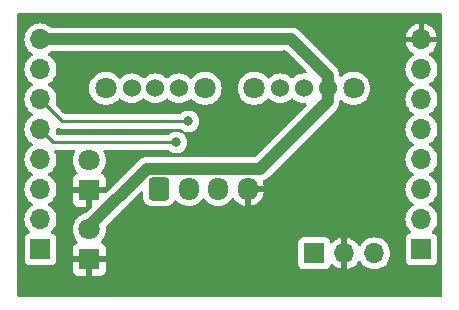
<source format=gbr>
%TF.GenerationSoftware,KiCad,Pcbnew,7.0.9*%
%TF.CreationDate,2025-01-19T19:17:31+09:00*%
%TF.ProjectId,07-OpenMV,30372d4f-7065-46e4-9d56-2e6b69636164,rev?*%
%TF.SameCoordinates,Original*%
%TF.FileFunction,Copper,L2,Bot*%
%TF.FilePolarity,Positive*%
%FSLAX46Y46*%
G04 Gerber Fmt 4.6, Leading zero omitted, Abs format (unit mm)*
G04 Created by KiCad (PCBNEW 7.0.9) date 2025-01-19 19:17:31*
%MOMM*%
%LPD*%
G01*
G04 APERTURE LIST*
G04 Aperture macros list*
%AMRoundRect*
0 Rectangle with rounded corners*
0 $1 Rounding radius*
0 $2 $3 $4 $5 $6 $7 $8 $9 X,Y pos of 4 corners*
0 Add a 4 corners polygon primitive as box body*
4,1,4,$2,$3,$4,$5,$6,$7,$8,$9,$2,$3,0*
0 Add four circle primitives for the rounded corners*
1,1,$1+$1,$2,$3*
1,1,$1+$1,$4,$5*
1,1,$1+$1,$6,$7*
1,1,$1+$1,$8,$9*
0 Add four rect primitives between the rounded corners*
20,1,$1+$1,$2,$3,$4,$5,0*
20,1,$1+$1,$4,$5,$6,$7,0*
20,1,$1+$1,$6,$7,$8,$9,0*
20,1,$1+$1,$8,$9,$2,$3,0*%
G04 Aperture macros list end*
%TA.AperFunction,ComponentPad*%
%ADD10O,1.700000X1.950000*%
%TD*%
%TA.AperFunction,ComponentPad*%
%ADD11RoundRect,0.250000X-0.600000X-0.725000X0.600000X-0.725000X0.600000X0.725000X-0.600000X0.725000X0*%
%TD*%
%TA.AperFunction,ComponentPad*%
%ADD12C,1.524000*%
%TD*%
%TA.AperFunction,ComponentPad*%
%ADD13C,1.800000*%
%TD*%
%TA.AperFunction,ComponentPad*%
%ADD14O,1.700000X1.700000*%
%TD*%
%TA.AperFunction,ComponentPad*%
%ADD15R,1.700000X1.700000*%
%TD*%
%TA.AperFunction,ComponentPad*%
%ADD16R,1.800000X1.800000*%
%TD*%
%TA.AperFunction,ViaPad*%
%ADD17C,0.800000*%
%TD*%
%TA.AperFunction,Conductor*%
%ADD18C,0.250000*%
%TD*%
%TA.AperFunction,Conductor*%
%ADD19C,1.000000*%
%TD*%
G04 APERTURE END LIST*
D10*
%TO.P,J3,4,Pin_4*%
%TO.N,GND*%
X117542000Y-94848000D03*
%TO.P,J3,3,Pin_3*%
%TO.N,RX*%
X115042000Y-94848000D03*
%TO.P,J3,2,Pin_2*%
%TO.N,TX*%
X112542000Y-94848000D03*
D11*
%TO.P,J3,1,Pin_1*%
%TO.N,Net-(J3-Pin_1)*%
X110042000Y-94848000D03*
%TD*%
D12*
%TO.P,SW2,3,C*%
%TO.N,unconnected-(SW2-C-Pad3)*%
X120310000Y-86360000D03*
%TO.P,SW2,2,B*%
%TO.N,+3V3*%
X122310000Y-86360000D03*
%TO.P,SW2,1,A*%
%TO.N,Net-(D2-A)*%
X124310000Y-86360000D03*
D13*
%TO.P,SW2,*%
%TO.N,*%
X118110000Y-86360000D03*
X126510000Y-86360000D03*
%TD*%
D12*
%TO.P,SW1,3,C*%
%TO.N,unconnected-(SW1-C-Pad3)*%
X107728000Y-86360000D03*
%TO.P,SW1,2,B*%
%TO.N,Net-(J3-Pin_1)*%
X109728000Y-86360000D03*
%TO.P,SW1,1,A*%
%TO.N,+5V*%
X111728000Y-86360000D03*
D13*
%TO.P,SW1,*%
%TO.N,*%
X105528000Y-86360000D03*
X113928000Y-86360000D03*
%TD*%
D14*
%TO.P,J4,3,Pin_3*%
%TO.N,+3V3*%
X128270000Y-100330000D03*
%TO.P,J4,2,Pin_2*%
%TO.N,GND*%
X125730000Y-100330000D03*
D15*
%TO.P,J4,1,Pin_1*%
%TO.N,+5V*%
X123190000Y-100330000D03*
%TD*%
%TO.P,J2,1,Pin_1*%
%TO.N,unconnected-(J2-Pin_1-Pad1)*%
X132258000Y-100000000D03*
D14*
%TO.P,J2,2,Pin_2*%
%TO.N,unconnected-(J2-Pin_2-Pad2)*%
X132258000Y-97460000D03*
%TO.P,J2,3,Pin_3*%
%TO.N,unconnected-(J2-Pin_3-Pad3)*%
X132258000Y-94920000D03*
%TO.P,J2,4,Pin_4*%
%TO.N,unconnected-(J2-Pin_4-Pad4)*%
X132258000Y-92380000D03*
%TO.P,J2,5,Pin_5*%
%TO.N,unconnected-(J2-Pin_5-Pad5)*%
X132258000Y-89840000D03*
%TO.P,J2,6,Pin_6*%
%TO.N,unconnected-(J2-Pin_6-Pad6)*%
X132258000Y-87300000D03*
%TO.P,J2,7,Pin_7*%
%TO.N,+5V*%
X132258000Y-84760000D03*
%TO.P,J2,8,Pin_8*%
%TO.N,GND*%
X132258000Y-82220000D03*
%TD*%
%TO.P,J1,8,Pin_8*%
%TO.N,Net-(D2-A)*%
X100000000Y-82220000D03*
%TO.P,J1,7,Pin_7*%
%TO.N,unconnected-(J1-Pin_7-Pad7)*%
X100000000Y-84760000D03*
%TO.P,J1,6,Pin_6*%
%TO.N,RX*%
X100000000Y-87300000D03*
%TO.P,J1,5,Pin_5*%
%TO.N,TX*%
X100000000Y-89840000D03*
%TO.P,J1,4,Pin_4*%
%TO.N,unconnected-(J1-Pin_4-Pad4)*%
X100000000Y-92380000D03*
%TO.P,J1,3,Pin_3*%
%TO.N,unconnected-(J1-Pin_3-Pad3)*%
X100000000Y-94920000D03*
%TO.P,J1,2,Pin_2*%
%TO.N,unconnected-(J1-Pin_2-Pad2)*%
X100000000Y-97460000D03*
D15*
%TO.P,J1,1,Pin_1*%
%TO.N,unconnected-(J1-Pin_1-Pad1)*%
X100000000Y-100000000D03*
%TD*%
D13*
%TO.P,D2,2,A*%
%TO.N,Net-(D2-A)*%
X104140000Y-98303000D03*
D16*
%TO.P,D2,1,K*%
%TO.N,GND*%
X104140000Y-100843000D03*
%TD*%
D13*
%TO.P,D1,2,A*%
%TO.N,+5V*%
X104140000Y-92456000D03*
D16*
%TO.P,D1,1,K*%
%TO.N,GND*%
X104140000Y-94996000D03*
%TD*%
D17*
%TO.N,GND*%
X120650000Y-83566000D03*
X102108000Y-80772000D03*
X111760000Y-96774000D03*
X120650000Y-93726000D03*
X126746000Y-98552000D03*
X102108000Y-96774000D03*
X101854000Y-92202000D03*
X102108000Y-88138000D03*
X115824000Y-86360000D03*
X129540000Y-86995000D03*
X124460000Y-82550000D03*
X99695000Y-102870000D03*
X132080000Y-102870000D03*
X107315000Y-97790000D03*
X102235000Y-84455000D03*
X129540000Y-97790000D03*
X120650000Y-88265000D03*
X116840000Y-91440000D03*
%TO.N,RX*%
X112522000Y-89154000D03*
%TO.N,TX*%
X111506000Y-90932000D03*
%TD*%
D18*
%TO.N,RX*%
X101854000Y-89154000D02*
X100000000Y-87300000D01*
X112522000Y-89154000D02*
X101854000Y-89154000D01*
%TO.N,TX*%
X111506000Y-90932000D02*
X101092000Y-90932000D01*
X101092000Y-90932000D02*
X100000000Y-89840000D01*
D19*
%TO.N,Net-(D2-A)*%
X118574630Y-93173000D02*
X109011000Y-93173000D01*
X124310000Y-87437630D02*
X118574630Y-93173000D01*
X109011000Y-93173000D02*
X104140000Y-98044000D01*
X104140000Y-98044000D02*
X104140000Y-98303000D01*
X124310000Y-86360000D02*
X124310000Y-87437630D01*
X121247630Y-82220000D02*
X100000000Y-82220000D01*
X124310000Y-85282370D02*
X121247630Y-82220000D01*
X124310000Y-86360000D02*
X124310000Y-85282370D01*
%TD*%
%TA.AperFunction,Conductor*%
%TO.N,GND*%
G36*
X120848886Y-83240185D02*
G01*
X120869528Y-83256819D01*
X121694880Y-84082171D01*
X122502393Y-84889683D01*
X122535878Y-84951006D01*
X122530894Y-85020698D01*
X122489022Y-85076631D01*
X122423558Y-85101048D01*
X122403905Y-85100892D01*
X122310002Y-85092677D01*
X122309998Y-85092677D01*
X122089937Y-85111929D01*
X122089929Y-85111930D01*
X121876554Y-85169104D01*
X121876548Y-85169107D01*
X121676340Y-85262465D01*
X121676338Y-85262466D01*
X121495381Y-85389172D01*
X121397680Y-85486873D01*
X121336356Y-85520357D01*
X121266665Y-85515373D01*
X121222318Y-85486872D01*
X121124621Y-85389175D01*
X121124615Y-85389170D01*
X120943666Y-85262468D01*
X120943662Y-85262466D01*
X120860431Y-85223655D01*
X120743450Y-85169106D01*
X120743447Y-85169105D01*
X120743445Y-85169104D01*
X120530070Y-85111930D01*
X120530062Y-85111929D01*
X120310002Y-85092677D01*
X120309998Y-85092677D01*
X120089937Y-85111929D01*
X120089929Y-85111930D01*
X119876554Y-85169104D01*
X119876548Y-85169107D01*
X119676340Y-85262465D01*
X119676338Y-85262466D01*
X119495381Y-85389172D01*
X119391235Y-85493318D01*
X119329912Y-85526802D01*
X119260220Y-85521818D01*
X119212327Y-85489621D01*
X119061784Y-85326087D01*
X119061779Y-85326083D01*
X119061777Y-85326081D01*
X118878634Y-85183535D01*
X118878628Y-85183531D01*
X118674504Y-85073064D01*
X118674495Y-85073061D01*
X118454984Y-84997702D01*
X118283282Y-84969050D01*
X118226049Y-84959500D01*
X117993951Y-84959500D01*
X117948164Y-84967140D01*
X117765015Y-84997702D01*
X117545504Y-85073061D01*
X117545495Y-85073064D01*
X117341371Y-85183531D01*
X117341365Y-85183535D01*
X117158222Y-85326081D01*
X117158219Y-85326084D01*
X117001016Y-85496852D01*
X116874075Y-85691151D01*
X116780842Y-85903699D01*
X116723866Y-86128691D01*
X116723864Y-86128702D01*
X116704700Y-86359993D01*
X116704700Y-86360006D01*
X116723864Y-86591297D01*
X116723866Y-86591308D01*
X116780842Y-86816300D01*
X116874075Y-87028848D01*
X117001016Y-87223147D01*
X117001019Y-87223151D01*
X117001021Y-87223153D01*
X117158216Y-87393913D01*
X117158219Y-87393915D01*
X117158222Y-87393918D01*
X117341365Y-87536464D01*
X117341371Y-87536468D01*
X117341374Y-87536470D01*
X117408887Y-87573006D01*
X117525052Y-87635872D01*
X117545497Y-87646936D01*
X117631011Y-87676293D01*
X117765015Y-87722297D01*
X117765017Y-87722297D01*
X117765019Y-87722298D01*
X117993951Y-87760500D01*
X117993952Y-87760500D01*
X118226048Y-87760500D01*
X118226049Y-87760500D01*
X118454981Y-87722298D01*
X118674503Y-87646936D01*
X118878626Y-87536470D01*
X118879991Y-87535408D01*
X118980043Y-87457534D01*
X119061784Y-87393913D01*
X119212327Y-87230378D01*
X119272212Y-87194390D01*
X119342050Y-87196490D01*
X119391236Y-87226682D01*
X119495378Y-87330824D01*
X119495384Y-87330829D01*
X119676333Y-87457531D01*
X119676335Y-87457532D01*
X119676338Y-87457534D01*
X119876550Y-87550894D01*
X120089932Y-87608070D01*
X120247123Y-87621822D01*
X120309998Y-87627323D01*
X120310000Y-87627323D01*
X120310002Y-87627323D01*
X120365017Y-87622509D01*
X120530068Y-87608070D01*
X120743450Y-87550894D01*
X120943662Y-87457534D01*
X121124620Y-87330826D01*
X121222319Y-87233127D01*
X121283642Y-87199642D01*
X121353334Y-87204626D01*
X121397681Y-87233127D01*
X121495378Y-87330824D01*
X121495384Y-87330829D01*
X121676333Y-87457531D01*
X121676335Y-87457532D01*
X121676338Y-87457534D01*
X121876550Y-87550894D01*
X122089932Y-87608070D01*
X122247123Y-87621822D01*
X122309998Y-87627323D01*
X122310000Y-87627323D01*
X122310001Y-87627323D01*
X122318918Y-87626542D01*
X122403904Y-87619107D01*
X122472402Y-87632873D01*
X122522585Y-87681488D01*
X122538519Y-87749517D01*
X122515144Y-87815360D01*
X122502391Y-87830316D01*
X118196529Y-92136181D01*
X118135206Y-92169666D01*
X118108848Y-92172500D01*
X109023677Y-92172500D01*
X108934637Y-92170244D01*
X108934626Y-92170245D01*
X108874271Y-92181062D01*
X108869607Y-92181716D01*
X108808563Y-92187925D01*
X108808555Y-92187927D01*
X108775781Y-92198210D01*
X108768153Y-92200082D01*
X108734349Y-92206141D01*
X108677381Y-92228895D01*
X108672945Y-92230474D01*
X108614414Y-92248840D01*
X108614410Y-92248842D01*
X108584378Y-92265510D01*
X108577284Y-92268879D01*
X108545382Y-92281623D01*
X108545377Y-92281625D01*
X108494156Y-92315381D01*
X108490128Y-92317822D01*
X108436501Y-92347588D01*
X108410434Y-92369965D01*
X108404165Y-92374692D01*
X108375484Y-92393595D01*
X108375478Y-92393600D01*
X108332109Y-92436968D01*
X108328655Y-92440169D01*
X108282102Y-92480136D01*
X108261076Y-92507298D01*
X108255885Y-92513192D01*
X107517683Y-93251395D01*
X106047079Y-94722000D01*
X105559398Y-95209681D01*
X105498075Y-95243166D01*
X105471717Y-95246000D01*
X104515278Y-95246000D01*
X104563625Y-95162260D01*
X104593810Y-95030008D01*
X104583673Y-94894735D01*
X104534113Y-94768459D01*
X104516203Y-94746000D01*
X105540000Y-94746000D01*
X105540000Y-94048172D01*
X105539999Y-94048155D01*
X105533598Y-93988627D01*
X105533596Y-93988620D01*
X105483354Y-93853913D01*
X105483350Y-93853906D01*
X105397190Y-93738812D01*
X105397187Y-93738809D01*
X105282093Y-93652649D01*
X105282086Y-93652645D01*
X105201729Y-93622674D01*
X105145795Y-93580803D01*
X105121378Y-93515338D01*
X105136230Y-93447065D01*
X105153826Y-93422516D01*
X105248979Y-93319153D01*
X105375924Y-93124849D01*
X105469157Y-92912300D01*
X105526134Y-92687305D01*
X105532091Y-92615413D01*
X105545300Y-92456006D01*
X105545300Y-92455993D01*
X105526135Y-92224702D01*
X105526133Y-92224691D01*
X105469157Y-91999699D01*
X105375924Y-91787151D01*
X105351209Y-91749321D01*
X105331021Y-91682431D01*
X105350202Y-91615246D01*
X105402661Y-91569096D01*
X105455018Y-91557500D01*
X110802252Y-91557500D01*
X110869291Y-91577185D01*
X110894400Y-91598526D01*
X110900126Y-91604885D01*
X110900130Y-91604889D01*
X111053265Y-91716148D01*
X111053270Y-91716151D01*
X111226192Y-91793142D01*
X111226197Y-91793144D01*
X111411354Y-91832500D01*
X111411355Y-91832500D01*
X111600644Y-91832500D01*
X111600646Y-91832500D01*
X111785803Y-91793144D01*
X111958730Y-91716151D01*
X112111871Y-91604888D01*
X112238533Y-91464216D01*
X112333179Y-91300284D01*
X112391674Y-91120256D01*
X112411460Y-90932000D01*
X112391674Y-90743744D01*
X112333179Y-90563716D01*
X112238533Y-90399784D01*
X112111871Y-90259112D01*
X112111870Y-90259111D01*
X111992821Y-90172617D01*
X111962166Y-90132864D01*
X111920623Y-90130489D01*
X111911857Y-90126979D01*
X111785807Y-90070857D01*
X111785802Y-90070855D01*
X111640001Y-90039865D01*
X111600646Y-90031500D01*
X111411354Y-90031500D01*
X111378897Y-90038398D01*
X111226197Y-90070855D01*
X111226192Y-90070857D01*
X111053270Y-90147848D01*
X111053265Y-90147851D01*
X110900130Y-90259110D01*
X110900126Y-90259114D01*
X110894400Y-90265474D01*
X110834913Y-90302121D01*
X110802252Y-90306500D01*
X101434742Y-90306500D01*
X101367703Y-90286815D01*
X101321948Y-90234011D01*
X101312004Y-90164853D01*
X101314965Y-90150414D01*
X101335063Y-90075408D01*
X101355659Y-89840000D01*
X101353774Y-89818462D01*
X101367539Y-89749966D01*
X101416153Y-89699781D01*
X101484181Y-89683846D01*
X101526549Y-89693854D01*
X101575833Y-89715181D01*
X101581077Y-89717750D01*
X101621908Y-89740197D01*
X101634523Y-89743435D01*
X101641305Y-89745177D01*
X101659719Y-89751481D01*
X101678104Y-89759438D01*
X101724157Y-89766732D01*
X101729826Y-89767906D01*
X101774981Y-89779500D01*
X101795016Y-89779500D01*
X101814413Y-89781026D01*
X101834196Y-89784160D01*
X101880584Y-89779775D01*
X101886422Y-89779500D01*
X111818252Y-89779500D01*
X111885291Y-89799185D01*
X111910400Y-89820526D01*
X111916126Y-89826885D01*
X111916129Y-89826888D01*
X112010721Y-89895613D01*
X112035178Y-89913382D01*
X112065832Y-89953134D01*
X112107376Y-89955510D01*
X112116141Y-89959019D01*
X112242197Y-90015144D01*
X112427354Y-90054500D01*
X112427355Y-90054500D01*
X112616644Y-90054500D01*
X112616646Y-90054500D01*
X112801803Y-90015144D01*
X112974730Y-89938151D01*
X113127871Y-89826888D01*
X113254533Y-89686216D01*
X113349179Y-89522284D01*
X113407674Y-89342256D01*
X113427460Y-89154000D01*
X113407674Y-88965744D01*
X113349179Y-88785716D01*
X113254533Y-88621784D01*
X113127871Y-88481112D01*
X113127870Y-88481111D01*
X112974734Y-88369851D01*
X112974729Y-88369848D01*
X112801807Y-88292857D01*
X112801802Y-88292855D01*
X112656001Y-88261865D01*
X112616646Y-88253500D01*
X112427354Y-88253500D01*
X112394897Y-88260398D01*
X112242197Y-88292855D01*
X112242192Y-88292857D01*
X112069270Y-88369848D01*
X112069265Y-88369851D01*
X111916130Y-88481110D01*
X111916126Y-88481114D01*
X111910400Y-88487474D01*
X111850913Y-88524121D01*
X111818252Y-88528500D01*
X102164452Y-88528500D01*
X102097413Y-88508815D01*
X102076771Y-88492181D01*
X101340237Y-87755647D01*
X101306752Y-87694324D01*
X101308143Y-87635872D01*
X101310434Y-87627323D01*
X101335063Y-87535408D01*
X101355659Y-87300000D01*
X101335063Y-87064592D01*
X101273903Y-86836337D01*
X101174035Y-86622171D01*
X101152423Y-86591305D01*
X101038494Y-86428597D01*
X100969903Y-86360006D01*
X104122700Y-86360006D01*
X104141864Y-86591297D01*
X104141866Y-86591308D01*
X104198842Y-86816300D01*
X104292075Y-87028848D01*
X104419016Y-87223147D01*
X104419019Y-87223151D01*
X104419021Y-87223153D01*
X104576216Y-87393913D01*
X104576219Y-87393915D01*
X104576222Y-87393918D01*
X104759365Y-87536464D01*
X104759371Y-87536468D01*
X104759374Y-87536470D01*
X104826887Y-87573006D01*
X104943052Y-87635872D01*
X104963497Y-87646936D01*
X105049011Y-87676293D01*
X105183015Y-87722297D01*
X105183017Y-87722297D01*
X105183019Y-87722298D01*
X105411951Y-87760500D01*
X105411952Y-87760500D01*
X105644048Y-87760500D01*
X105644049Y-87760500D01*
X105872981Y-87722298D01*
X106092503Y-87646936D01*
X106296626Y-87536470D01*
X106297991Y-87535408D01*
X106398043Y-87457534D01*
X106479784Y-87393913D01*
X106630327Y-87230378D01*
X106690212Y-87194390D01*
X106760050Y-87196490D01*
X106809236Y-87226682D01*
X106913378Y-87330824D01*
X106913384Y-87330829D01*
X107094333Y-87457531D01*
X107094335Y-87457532D01*
X107094338Y-87457534D01*
X107294550Y-87550894D01*
X107507932Y-87608070D01*
X107665123Y-87621822D01*
X107727998Y-87627323D01*
X107728000Y-87627323D01*
X107728002Y-87627323D01*
X107783017Y-87622509D01*
X107948068Y-87608070D01*
X108161450Y-87550894D01*
X108361662Y-87457534D01*
X108542620Y-87330826D01*
X108640319Y-87233127D01*
X108701642Y-87199642D01*
X108771334Y-87204626D01*
X108815681Y-87233127D01*
X108913378Y-87330824D01*
X108913384Y-87330829D01*
X109094333Y-87457531D01*
X109094335Y-87457532D01*
X109094338Y-87457534D01*
X109294550Y-87550894D01*
X109507932Y-87608070D01*
X109665123Y-87621822D01*
X109727998Y-87627323D01*
X109728000Y-87627323D01*
X109728002Y-87627323D01*
X109783017Y-87622509D01*
X109948068Y-87608070D01*
X110161450Y-87550894D01*
X110361662Y-87457534D01*
X110542620Y-87330826D01*
X110640319Y-87233127D01*
X110701642Y-87199642D01*
X110771334Y-87204626D01*
X110815681Y-87233127D01*
X110913378Y-87330824D01*
X110913384Y-87330829D01*
X111094333Y-87457531D01*
X111094335Y-87457532D01*
X111094338Y-87457534D01*
X111294550Y-87550894D01*
X111507932Y-87608070D01*
X111665123Y-87621822D01*
X111727998Y-87627323D01*
X111728000Y-87627323D01*
X111728002Y-87627323D01*
X111783017Y-87622509D01*
X111948068Y-87608070D01*
X112161450Y-87550894D01*
X112361662Y-87457534D01*
X112542620Y-87330826D01*
X112646766Y-87226679D01*
X112708085Y-87193197D01*
X112777777Y-87198181D01*
X112825673Y-87230379D01*
X112976216Y-87393913D01*
X112976219Y-87393915D01*
X112976222Y-87393918D01*
X113159365Y-87536464D01*
X113159371Y-87536468D01*
X113159374Y-87536470D01*
X113226887Y-87573006D01*
X113343052Y-87635872D01*
X113363497Y-87646936D01*
X113449011Y-87676293D01*
X113583015Y-87722297D01*
X113583017Y-87722297D01*
X113583019Y-87722298D01*
X113811951Y-87760500D01*
X113811952Y-87760500D01*
X114044048Y-87760500D01*
X114044049Y-87760500D01*
X114272981Y-87722298D01*
X114492503Y-87646936D01*
X114696626Y-87536470D01*
X114697991Y-87535408D01*
X114798043Y-87457534D01*
X114879784Y-87393913D01*
X115036979Y-87223153D01*
X115163924Y-87028849D01*
X115257157Y-86816300D01*
X115314134Y-86591305D01*
X115333300Y-86360000D01*
X115333300Y-86359993D01*
X115314135Y-86128702D01*
X115314133Y-86128691D01*
X115257157Y-85903699D01*
X115163924Y-85691151D01*
X115036983Y-85496852D01*
X115036980Y-85496849D01*
X115036979Y-85496847D01*
X114879784Y-85326087D01*
X114879779Y-85326083D01*
X114879777Y-85326081D01*
X114696634Y-85183535D01*
X114696628Y-85183531D01*
X114492504Y-85073064D01*
X114492495Y-85073061D01*
X114272984Y-84997702D01*
X114101282Y-84969050D01*
X114044049Y-84959500D01*
X113811951Y-84959500D01*
X113766164Y-84967140D01*
X113583015Y-84997702D01*
X113363504Y-85073061D01*
X113363495Y-85073064D01*
X113159371Y-85183531D01*
X113159365Y-85183535D01*
X112976222Y-85326081D01*
X112976218Y-85326084D01*
X112825674Y-85489619D01*
X112765786Y-85525610D01*
X112695948Y-85523509D01*
X112646763Y-85493317D01*
X112542621Y-85389175D01*
X112542615Y-85389170D01*
X112361666Y-85262468D01*
X112361662Y-85262466D01*
X112278431Y-85223655D01*
X112161450Y-85169106D01*
X112161447Y-85169105D01*
X112161445Y-85169104D01*
X111948070Y-85111930D01*
X111948062Y-85111929D01*
X111728002Y-85092677D01*
X111727998Y-85092677D01*
X111507937Y-85111929D01*
X111507929Y-85111930D01*
X111294554Y-85169104D01*
X111294548Y-85169107D01*
X111094340Y-85262465D01*
X111094338Y-85262466D01*
X110913381Y-85389172D01*
X110815680Y-85486873D01*
X110754356Y-85520357D01*
X110684665Y-85515373D01*
X110640318Y-85486872D01*
X110542621Y-85389175D01*
X110542615Y-85389170D01*
X110361666Y-85262468D01*
X110361662Y-85262466D01*
X110278431Y-85223655D01*
X110161450Y-85169106D01*
X110161447Y-85169105D01*
X110161445Y-85169104D01*
X109948070Y-85111930D01*
X109948062Y-85111929D01*
X109728002Y-85092677D01*
X109727998Y-85092677D01*
X109507937Y-85111929D01*
X109507929Y-85111930D01*
X109294554Y-85169104D01*
X109294548Y-85169107D01*
X109094340Y-85262465D01*
X109094338Y-85262466D01*
X108913381Y-85389172D01*
X108815680Y-85486873D01*
X108754356Y-85520357D01*
X108684665Y-85515373D01*
X108640318Y-85486872D01*
X108542621Y-85389175D01*
X108542615Y-85389170D01*
X108361666Y-85262468D01*
X108361662Y-85262466D01*
X108278431Y-85223655D01*
X108161450Y-85169106D01*
X108161447Y-85169105D01*
X108161445Y-85169104D01*
X107948070Y-85111930D01*
X107948062Y-85111929D01*
X107728002Y-85092677D01*
X107727998Y-85092677D01*
X107507937Y-85111929D01*
X107507929Y-85111930D01*
X107294554Y-85169104D01*
X107294548Y-85169107D01*
X107094340Y-85262465D01*
X107094338Y-85262466D01*
X106913381Y-85389172D01*
X106809235Y-85493318D01*
X106747912Y-85526802D01*
X106678220Y-85521818D01*
X106630327Y-85489621D01*
X106479784Y-85326087D01*
X106479779Y-85326083D01*
X106479777Y-85326081D01*
X106296634Y-85183535D01*
X106296628Y-85183531D01*
X106092504Y-85073064D01*
X106092495Y-85073061D01*
X105872984Y-84997702D01*
X105701282Y-84969050D01*
X105644049Y-84959500D01*
X105411951Y-84959500D01*
X105366164Y-84967140D01*
X105183015Y-84997702D01*
X104963504Y-85073061D01*
X104963495Y-85073064D01*
X104759371Y-85183531D01*
X104759365Y-85183535D01*
X104576222Y-85326081D01*
X104576219Y-85326084D01*
X104419016Y-85496852D01*
X104292075Y-85691151D01*
X104198842Y-85903699D01*
X104141866Y-86128691D01*
X104141864Y-86128702D01*
X104122700Y-86359993D01*
X104122700Y-86360006D01*
X100969903Y-86360006D01*
X100871402Y-86261506D01*
X100871396Y-86261501D01*
X100685842Y-86131575D01*
X100642217Y-86076998D01*
X100635023Y-86007500D01*
X100666546Y-85945145D01*
X100685842Y-85928425D01*
X100721154Y-85903699D01*
X100871401Y-85798495D01*
X101038495Y-85631401D01*
X101174035Y-85437830D01*
X101273903Y-85223663D01*
X101335063Y-84995408D01*
X101355659Y-84760000D01*
X101335063Y-84524592D01*
X101273903Y-84296337D01*
X101174035Y-84082171D01*
X101038495Y-83888599D01*
X101038494Y-83888597D01*
X100871402Y-83721506D01*
X100871396Y-83721501D01*
X100685842Y-83591575D01*
X100642217Y-83536998D01*
X100635023Y-83467500D01*
X100666546Y-83405145D01*
X100685842Y-83388425D01*
X100708026Y-83372891D01*
X100871401Y-83258495D01*
X100873077Y-83256819D01*
X100873995Y-83256317D01*
X100875544Y-83255018D01*
X100875805Y-83255329D01*
X100934400Y-83223334D01*
X100960758Y-83220500D01*
X120781847Y-83220500D01*
X120848886Y-83240185D01*
G37*
%TD.AperFunction*%
%TA.AperFunction,Conductor*%
G36*
X133942539Y-80020185D02*
G01*
X133988294Y-80072989D01*
X133999500Y-80124500D01*
X133999500Y-103875500D01*
X133979815Y-103942539D01*
X133927011Y-103988294D01*
X133875500Y-103999500D01*
X98124500Y-103999500D01*
X98057461Y-103979815D01*
X98011706Y-103927011D01*
X98000500Y-103875500D01*
X98000500Y-97460000D01*
X98644341Y-97460000D01*
X98664936Y-97695403D01*
X98664938Y-97695413D01*
X98726094Y-97923655D01*
X98726096Y-97923659D01*
X98726097Y-97923663D01*
X98776644Y-98032061D01*
X98825965Y-98137830D01*
X98825967Y-98137834D01*
X98934281Y-98292521D01*
X98961501Y-98331396D01*
X98961506Y-98331402D01*
X99083430Y-98453326D01*
X99116915Y-98514649D01*
X99111931Y-98584341D01*
X99070059Y-98640274D01*
X99039083Y-98657189D01*
X98907669Y-98706203D01*
X98907664Y-98706206D01*
X98792455Y-98792452D01*
X98792452Y-98792455D01*
X98706206Y-98907664D01*
X98706202Y-98907671D01*
X98655908Y-99042517D01*
X98649501Y-99102116D01*
X98649501Y-99102123D01*
X98649500Y-99102135D01*
X98649500Y-100897870D01*
X98649501Y-100897876D01*
X98655908Y-100957483D01*
X98706202Y-101092328D01*
X98706206Y-101092335D01*
X98792452Y-101207544D01*
X98792455Y-101207547D01*
X98907664Y-101293793D01*
X98907671Y-101293797D01*
X99042517Y-101344091D01*
X99042516Y-101344091D01*
X99049444Y-101344835D01*
X99102127Y-101350500D01*
X100897872Y-101350499D01*
X100957483Y-101344091D01*
X101092331Y-101293796D01*
X101207546Y-101207546D01*
X101293796Y-101092331D01*
X101344091Y-100957483D01*
X101350500Y-100897873D01*
X101350499Y-99102128D01*
X101344091Y-99042517D01*
X101341737Y-99036206D01*
X101293797Y-98907671D01*
X101293793Y-98907664D01*
X101207547Y-98792455D01*
X101207544Y-98792452D01*
X101092335Y-98706206D01*
X101092328Y-98706202D01*
X100960917Y-98657189D01*
X100904983Y-98615318D01*
X100880566Y-98549853D01*
X100895418Y-98481580D01*
X100916563Y-98453332D01*
X101038495Y-98331401D01*
X101174035Y-98137830D01*
X101273903Y-97923663D01*
X101335063Y-97695408D01*
X101355659Y-97460000D01*
X101335063Y-97224592D01*
X101279189Y-97016064D01*
X101273905Y-96996344D01*
X101273904Y-96996343D01*
X101273903Y-96996337D01*
X101174035Y-96782171D01*
X101038495Y-96588599D01*
X101038494Y-96588597D01*
X100871402Y-96421506D01*
X100871396Y-96421501D01*
X100685842Y-96291575D01*
X100642217Y-96236998D01*
X100635023Y-96167500D01*
X100666546Y-96105145D01*
X100685842Y-96088425D01*
X100795709Y-96011495D01*
X100871401Y-95958495D01*
X101038495Y-95791401D01*
X101174035Y-95597830D01*
X101273903Y-95383663D01*
X101335063Y-95155408D01*
X101355659Y-94920000D01*
X101335063Y-94684592D01*
X101273903Y-94456337D01*
X101174035Y-94242171D01*
X101150163Y-94208077D01*
X101038494Y-94048597D01*
X100871402Y-93881506D01*
X100871396Y-93881501D01*
X100685842Y-93751575D01*
X100642217Y-93696998D01*
X100635023Y-93627500D01*
X100666546Y-93565145D01*
X100685842Y-93548425D01*
X100733095Y-93515338D01*
X100871401Y-93418495D01*
X101038495Y-93251401D01*
X101174035Y-93057830D01*
X101273903Y-92843663D01*
X101335063Y-92615408D01*
X101355659Y-92380000D01*
X101355005Y-92372530D01*
X101338254Y-92181062D01*
X101335063Y-92144592D01*
X101273903Y-91916337D01*
X101188833Y-91733905D01*
X101178341Y-91664827D01*
X101206861Y-91601043D01*
X101265337Y-91562804D01*
X101301215Y-91557500D01*
X102824982Y-91557500D01*
X102892021Y-91577185D01*
X102937776Y-91629989D01*
X102947720Y-91699147D01*
X102928791Y-91749321D01*
X102904075Y-91787151D01*
X102810842Y-91999699D01*
X102753866Y-92224691D01*
X102753864Y-92224702D01*
X102734700Y-92455993D01*
X102734700Y-92456006D01*
X102753864Y-92687297D01*
X102753866Y-92687308D01*
X102810842Y-92912300D01*
X102904075Y-93124848D01*
X103031018Y-93319150D01*
X103126167Y-93422510D01*
X103157089Y-93485164D01*
X103149228Y-93554590D01*
X103105081Y-93608746D01*
X103078271Y-93622674D01*
X102997911Y-93652646D01*
X102997906Y-93652649D01*
X102882812Y-93738809D01*
X102882809Y-93738812D01*
X102796649Y-93853906D01*
X102796645Y-93853913D01*
X102746403Y-93988620D01*
X102746401Y-93988627D01*
X102740000Y-94048155D01*
X102740000Y-94746000D01*
X103764722Y-94746000D01*
X103716375Y-94829740D01*
X103686190Y-94961992D01*
X103696327Y-95097265D01*
X103745887Y-95223541D01*
X103763797Y-95246000D01*
X102740000Y-95246000D01*
X102740000Y-95943844D01*
X102746401Y-96003372D01*
X102746403Y-96003379D01*
X102796645Y-96138086D01*
X102796649Y-96138093D01*
X102882809Y-96253187D01*
X102882812Y-96253190D01*
X102997906Y-96339350D01*
X102997913Y-96339354D01*
X103132620Y-96389596D01*
X103132627Y-96389598D01*
X103192155Y-96395999D01*
X103192172Y-96396000D01*
X103890000Y-96396000D01*
X103890000Y-95370189D01*
X103942547Y-95406016D01*
X104072173Y-95446000D01*
X104173724Y-95446000D01*
X104274138Y-95430865D01*
X104390000Y-95375068D01*
X104390000Y-96327716D01*
X104370315Y-96394755D01*
X104353681Y-96415397D01*
X103863147Y-96905931D01*
X103801824Y-96939416D01*
X103795888Y-96940557D01*
X103795026Y-96940700D01*
X103795010Y-96940704D01*
X103575507Y-97016059D01*
X103575495Y-97016064D01*
X103371371Y-97126531D01*
X103371365Y-97126535D01*
X103188222Y-97269081D01*
X103188219Y-97269084D01*
X103031016Y-97439852D01*
X102904075Y-97634151D01*
X102810842Y-97846699D01*
X102753866Y-98071691D01*
X102753864Y-98071702D01*
X102734700Y-98302993D01*
X102734700Y-98303006D01*
X102753864Y-98534297D01*
X102753866Y-98534308D01*
X102810842Y-98759300D01*
X102904075Y-98971848D01*
X103031018Y-99166150D01*
X103126167Y-99269510D01*
X103157089Y-99332164D01*
X103149228Y-99401590D01*
X103105081Y-99455746D01*
X103078271Y-99469674D01*
X102997911Y-99499646D01*
X102997906Y-99499649D01*
X102882812Y-99585809D01*
X102882809Y-99585812D01*
X102796649Y-99700906D01*
X102796645Y-99700913D01*
X102746403Y-99835620D01*
X102746401Y-99835627D01*
X102740000Y-99895155D01*
X102740000Y-100593000D01*
X103764722Y-100593000D01*
X103716375Y-100676740D01*
X103686190Y-100808992D01*
X103696327Y-100944265D01*
X103745887Y-101070541D01*
X103763797Y-101093000D01*
X102740000Y-101093000D01*
X102740000Y-101790844D01*
X102746401Y-101850372D01*
X102746403Y-101850379D01*
X102796645Y-101985086D01*
X102796649Y-101985093D01*
X102882809Y-102100187D01*
X102882812Y-102100190D01*
X102997906Y-102186350D01*
X102997913Y-102186354D01*
X103132620Y-102236596D01*
X103132627Y-102236598D01*
X103192155Y-102242999D01*
X103192172Y-102243000D01*
X103890000Y-102243000D01*
X103890000Y-101217189D01*
X103942547Y-101253016D01*
X104072173Y-101293000D01*
X104173724Y-101293000D01*
X104274138Y-101277865D01*
X104390000Y-101222068D01*
X104390000Y-102243000D01*
X105087828Y-102243000D01*
X105087844Y-102242999D01*
X105147372Y-102236598D01*
X105147379Y-102236596D01*
X105282086Y-102186354D01*
X105282093Y-102186350D01*
X105397187Y-102100190D01*
X105397190Y-102100187D01*
X105483350Y-101985093D01*
X105483354Y-101985086D01*
X105533596Y-101850379D01*
X105533598Y-101850372D01*
X105539999Y-101790844D01*
X105540000Y-101790827D01*
X105540000Y-101227870D01*
X121839500Y-101227870D01*
X121839501Y-101227876D01*
X121845908Y-101287483D01*
X121896202Y-101422328D01*
X121896206Y-101422335D01*
X121982452Y-101537544D01*
X121982455Y-101537547D01*
X122097664Y-101623793D01*
X122097671Y-101623797D01*
X122232517Y-101674091D01*
X122232516Y-101674091D01*
X122239444Y-101674835D01*
X122292127Y-101680500D01*
X124087872Y-101680499D01*
X124147483Y-101674091D01*
X124282331Y-101623796D01*
X124397546Y-101537546D01*
X124483796Y-101422331D01*
X124533002Y-101290401D01*
X124574872Y-101234468D01*
X124640337Y-101210050D01*
X124708610Y-101224901D01*
X124736865Y-101246053D01*
X124858917Y-101368105D01*
X125052421Y-101503600D01*
X125266507Y-101603429D01*
X125266516Y-101603433D01*
X125480000Y-101660634D01*
X125480000Y-100765501D01*
X125587685Y-100814680D01*
X125694237Y-100830000D01*
X125765763Y-100830000D01*
X125872315Y-100814680D01*
X125980000Y-100765501D01*
X125980000Y-101660633D01*
X126193483Y-101603433D01*
X126193492Y-101603429D01*
X126407578Y-101503600D01*
X126601082Y-101368105D01*
X126768105Y-101201082D01*
X126898119Y-101015405D01*
X126952696Y-100971781D01*
X127022195Y-100964588D01*
X127084549Y-100996110D01*
X127101269Y-101015405D01*
X127231505Y-101201401D01*
X127398599Y-101368495D01*
X127495384Y-101436265D01*
X127592165Y-101504032D01*
X127592167Y-101504033D01*
X127592170Y-101504035D01*
X127806337Y-101603903D01*
X128034592Y-101665063D01*
X128211034Y-101680500D01*
X128269999Y-101685659D01*
X128270000Y-101685659D01*
X128270001Y-101685659D01*
X128328966Y-101680500D01*
X128505408Y-101665063D01*
X128733663Y-101603903D01*
X128947830Y-101504035D01*
X129141401Y-101368495D01*
X129308495Y-101201401D01*
X129444035Y-101007830D01*
X129543903Y-100793663D01*
X129605063Y-100565408D01*
X129625659Y-100330000D01*
X129605063Y-100094592D01*
X129543903Y-99866337D01*
X129444035Y-99652171D01*
X129438731Y-99644595D01*
X129308494Y-99458597D01*
X129141402Y-99291506D01*
X129141395Y-99291501D01*
X128947834Y-99155967D01*
X128947830Y-99155965D01*
X128947828Y-99155964D01*
X128733663Y-99056097D01*
X128733659Y-99056096D01*
X128733655Y-99056094D01*
X128505413Y-98994938D01*
X128505403Y-98994936D01*
X128270001Y-98974341D01*
X128269999Y-98974341D01*
X128034596Y-98994936D01*
X128034586Y-98994938D01*
X127806344Y-99056094D01*
X127806335Y-99056098D01*
X127592171Y-99155964D01*
X127592169Y-99155965D01*
X127398597Y-99291505D01*
X127231508Y-99458594D01*
X127101269Y-99644595D01*
X127046692Y-99688219D01*
X126977193Y-99695412D01*
X126914839Y-99663890D01*
X126898119Y-99644594D01*
X126768113Y-99458926D01*
X126768108Y-99458920D01*
X126601082Y-99291894D01*
X126407578Y-99156399D01*
X126193492Y-99056570D01*
X126193486Y-99056567D01*
X125980000Y-98999364D01*
X125980000Y-99894498D01*
X125872315Y-99845320D01*
X125765763Y-99830000D01*
X125694237Y-99830000D01*
X125587685Y-99845320D01*
X125480000Y-99894498D01*
X125480000Y-98999364D01*
X125479999Y-98999364D01*
X125266513Y-99056567D01*
X125266507Y-99056570D01*
X125052422Y-99156399D01*
X125052420Y-99156400D01*
X124858926Y-99291886D01*
X124736865Y-99413947D01*
X124675542Y-99447431D01*
X124605850Y-99442447D01*
X124549917Y-99400575D01*
X124533002Y-99369598D01*
X124520811Y-99336913D01*
X124483796Y-99237669D01*
X124483795Y-99237668D01*
X124483793Y-99237664D01*
X124397547Y-99122455D01*
X124397544Y-99122452D01*
X124282335Y-99036206D01*
X124282328Y-99036202D01*
X124147482Y-98985908D01*
X124147483Y-98985908D01*
X124087883Y-98979501D01*
X124087881Y-98979500D01*
X124087873Y-98979500D01*
X124087864Y-98979500D01*
X122292129Y-98979500D01*
X122292123Y-98979501D01*
X122232516Y-98985908D01*
X122097671Y-99036202D01*
X122097664Y-99036206D01*
X121982455Y-99122452D01*
X121982452Y-99122455D01*
X121896206Y-99237664D01*
X121896202Y-99237671D01*
X121845908Y-99372517D01*
X121839501Y-99432116D01*
X121839500Y-99432135D01*
X121839500Y-101227870D01*
X105540000Y-101227870D01*
X105540000Y-101093000D01*
X104515278Y-101093000D01*
X104563625Y-101009260D01*
X104593810Y-100877008D01*
X104583673Y-100741735D01*
X104534113Y-100615459D01*
X104516203Y-100593000D01*
X105540000Y-100593000D01*
X105540000Y-99895172D01*
X105539999Y-99895155D01*
X105533598Y-99835627D01*
X105533596Y-99835620D01*
X105483354Y-99700913D01*
X105483350Y-99700906D01*
X105397190Y-99585812D01*
X105397187Y-99585809D01*
X105282093Y-99499649D01*
X105282086Y-99499645D01*
X105201729Y-99469674D01*
X105145795Y-99427803D01*
X105121378Y-99362338D01*
X105136230Y-99294065D01*
X105153826Y-99269516D01*
X105248979Y-99166153D01*
X105375924Y-98971849D01*
X105469157Y-98759300D01*
X105526134Y-98534305D01*
X105545300Y-98303000D01*
X105530963Y-98129981D01*
X105545044Y-98061546D01*
X105566855Y-98032064D01*
X106138919Y-97460000D01*
X130902341Y-97460000D01*
X130922936Y-97695403D01*
X130922938Y-97695413D01*
X130984094Y-97923655D01*
X130984096Y-97923659D01*
X130984097Y-97923663D01*
X131034644Y-98032061D01*
X131083965Y-98137830D01*
X131083967Y-98137834D01*
X131192281Y-98292521D01*
X131219501Y-98331396D01*
X131219506Y-98331402D01*
X131341430Y-98453326D01*
X131374915Y-98514649D01*
X131369931Y-98584341D01*
X131328059Y-98640274D01*
X131297083Y-98657189D01*
X131165669Y-98706203D01*
X131165664Y-98706206D01*
X131050455Y-98792452D01*
X131050452Y-98792455D01*
X130964206Y-98907664D01*
X130964202Y-98907671D01*
X130913908Y-99042517D01*
X130907501Y-99102116D01*
X130907501Y-99102123D01*
X130907500Y-99102135D01*
X130907500Y-100897870D01*
X130907501Y-100897876D01*
X130913908Y-100957483D01*
X130964202Y-101092328D01*
X130964206Y-101092335D01*
X131050452Y-101207544D01*
X131050455Y-101207547D01*
X131165664Y-101293793D01*
X131165671Y-101293797D01*
X131300517Y-101344091D01*
X131300516Y-101344091D01*
X131307444Y-101344835D01*
X131360127Y-101350500D01*
X133155872Y-101350499D01*
X133215483Y-101344091D01*
X133350331Y-101293796D01*
X133465546Y-101207546D01*
X133551796Y-101092331D01*
X133602091Y-100957483D01*
X133608500Y-100897873D01*
X133608499Y-99102128D01*
X133602091Y-99042517D01*
X133599737Y-99036206D01*
X133551797Y-98907671D01*
X133551793Y-98907664D01*
X133465547Y-98792455D01*
X133465544Y-98792452D01*
X133350335Y-98706206D01*
X133350328Y-98706202D01*
X133218917Y-98657189D01*
X133162983Y-98615318D01*
X133138566Y-98549853D01*
X133153418Y-98481580D01*
X133174563Y-98453332D01*
X133296495Y-98331401D01*
X133432035Y-98137830D01*
X133531903Y-97923663D01*
X133593063Y-97695408D01*
X133613659Y-97460000D01*
X133593063Y-97224592D01*
X133537189Y-97016064D01*
X133531905Y-96996344D01*
X133531904Y-96996343D01*
X133531903Y-96996337D01*
X133432035Y-96782171D01*
X133296495Y-96588599D01*
X133296494Y-96588597D01*
X133129402Y-96421506D01*
X133129396Y-96421501D01*
X132943842Y-96291575D01*
X132900217Y-96236998D01*
X132893023Y-96167500D01*
X132924546Y-96105145D01*
X132943842Y-96088425D01*
X133053709Y-96011495D01*
X133129401Y-95958495D01*
X133296495Y-95791401D01*
X133432035Y-95597830D01*
X133531903Y-95383663D01*
X133593063Y-95155408D01*
X133613659Y-94920000D01*
X133593063Y-94684592D01*
X133531903Y-94456337D01*
X133432035Y-94242171D01*
X133408163Y-94208077D01*
X133296494Y-94048597D01*
X133129402Y-93881506D01*
X133129396Y-93881501D01*
X132943842Y-93751575D01*
X132900217Y-93696998D01*
X132893023Y-93627500D01*
X132924546Y-93565145D01*
X132943842Y-93548425D01*
X132991095Y-93515338D01*
X133129401Y-93418495D01*
X133296495Y-93251401D01*
X133432035Y-93057830D01*
X133531903Y-92843663D01*
X133593063Y-92615408D01*
X133613659Y-92380000D01*
X133613005Y-92372530D01*
X133596254Y-92181062D01*
X133593063Y-92144592D01*
X133531903Y-91916337D01*
X133432035Y-91702171D01*
X133359463Y-91598526D01*
X133296494Y-91508597D01*
X133129402Y-91341506D01*
X133129396Y-91341501D01*
X132943842Y-91211575D01*
X132900217Y-91156998D01*
X132893023Y-91087500D01*
X132924546Y-91025145D01*
X132943842Y-91008425D01*
X133052988Y-90932000D01*
X133129401Y-90878495D01*
X133296495Y-90711401D01*
X133432035Y-90517830D01*
X133531903Y-90303663D01*
X133593063Y-90075408D01*
X133613659Y-89840000D01*
X133593063Y-89604592D01*
X133531903Y-89376337D01*
X133432035Y-89162171D01*
X133296495Y-88968599D01*
X133296494Y-88968597D01*
X133129402Y-88801506D01*
X133129396Y-88801501D01*
X132943842Y-88671575D01*
X132900217Y-88616998D01*
X132893023Y-88547500D01*
X132924546Y-88485145D01*
X132943842Y-88468425D01*
X133084620Y-88369851D01*
X133129401Y-88338495D01*
X133296495Y-88171401D01*
X133432035Y-87977830D01*
X133531903Y-87763663D01*
X133593063Y-87535408D01*
X133613659Y-87300000D01*
X133593063Y-87064592D01*
X133531903Y-86836337D01*
X133432035Y-86622171D01*
X133410423Y-86591305D01*
X133296494Y-86428597D01*
X133129402Y-86261506D01*
X133129396Y-86261501D01*
X132943842Y-86131575D01*
X132900217Y-86076998D01*
X132893023Y-86007500D01*
X132924546Y-85945145D01*
X132943842Y-85928425D01*
X132979154Y-85903699D01*
X133129401Y-85798495D01*
X133296495Y-85631401D01*
X133432035Y-85437830D01*
X133531903Y-85223663D01*
X133593063Y-84995408D01*
X133613659Y-84760000D01*
X133593063Y-84524592D01*
X133531903Y-84296337D01*
X133432035Y-84082171D01*
X133296495Y-83888599D01*
X133296494Y-83888597D01*
X133129402Y-83721506D01*
X133129401Y-83721505D01*
X132943405Y-83591269D01*
X132899781Y-83536692D01*
X132892588Y-83467193D01*
X132924110Y-83404839D01*
X132943405Y-83388119D01*
X133129082Y-83258105D01*
X133296105Y-83091082D01*
X133431600Y-82897578D01*
X133531429Y-82683492D01*
X133531432Y-82683486D01*
X133588636Y-82470000D01*
X132691686Y-82470000D01*
X132717493Y-82429844D01*
X132758000Y-82291889D01*
X132758000Y-82148111D01*
X132717493Y-82010156D01*
X132691686Y-81970000D01*
X133588636Y-81970000D01*
X133588635Y-81969999D01*
X133531432Y-81756513D01*
X133531429Y-81756507D01*
X133431600Y-81542422D01*
X133431599Y-81542420D01*
X133296113Y-81348926D01*
X133296108Y-81348920D01*
X133129082Y-81181894D01*
X132935578Y-81046399D01*
X132721492Y-80946570D01*
X132721486Y-80946567D01*
X132508000Y-80889364D01*
X132508000Y-81784498D01*
X132400315Y-81735320D01*
X132293763Y-81720000D01*
X132222237Y-81720000D01*
X132115685Y-81735320D01*
X132008000Y-81784498D01*
X132008000Y-80889364D01*
X132007999Y-80889364D01*
X131794513Y-80946567D01*
X131794507Y-80946570D01*
X131580422Y-81046399D01*
X131580420Y-81046400D01*
X131386926Y-81181886D01*
X131386920Y-81181891D01*
X131219891Y-81348920D01*
X131219886Y-81348926D01*
X131084400Y-81542420D01*
X131084399Y-81542422D01*
X130984570Y-81756507D01*
X130984567Y-81756513D01*
X130927364Y-81969999D01*
X130927364Y-81970000D01*
X131824314Y-81970000D01*
X131798507Y-82010156D01*
X131758000Y-82148111D01*
X131758000Y-82291889D01*
X131798507Y-82429844D01*
X131824314Y-82470000D01*
X130927364Y-82470000D01*
X130984567Y-82683486D01*
X130984570Y-82683492D01*
X131084399Y-82897578D01*
X131219894Y-83091082D01*
X131386917Y-83258105D01*
X131572595Y-83388119D01*
X131616219Y-83442696D01*
X131623412Y-83512195D01*
X131591890Y-83574549D01*
X131572595Y-83591269D01*
X131386594Y-83721508D01*
X131219505Y-83888597D01*
X131083965Y-84082169D01*
X131083964Y-84082171D01*
X130984098Y-84296335D01*
X130984094Y-84296344D01*
X130922938Y-84524586D01*
X130922936Y-84524596D01*
X130902341Y-84759999D01*
X130902341Y-84760000D01*
X130922936Y-84995403D01*
X130922938Y-84995413D01*
X130984094Y-85223655D01*
X130984096Y-85223659D01*
X130984097Y-85223663D01*
X131061275Y-85389172D01*
X131083965Y-85437830D01*
X131083967Y-85437834D01*
X131219501Y-85631395D01*
X131219506Y-85631402D01*
X131386597Y-85798493D01*
X131386603Y-85798498D01*
X131572158Y-85928425D01*
X131615783Y-85983002D01*
X131622977Y-86052500D01*
X131591454Y-86114855D01*
X131572158Y-86131575D01*
X131386597Y-86261505D01*
X131219505Y-86428597D01*
X131083965Y-86622169D01*
X131083964Y-86622171D01*
X130984098Y-86836335D01*
X130984094Y-86836344D01*
X130922938Y-87064586D01*
X130922936Y-87064596D01*
X130902341Y-87299999D01*
X130902341Y-87300000D01*
X130922936Y-87535403D01*
X130922938Y-87535413D01*
X130984094Y-87763655D01*
X130984096Y-87763659D01*
X130984097Y-87763663D01*
X131072792Y-87953869D01*
X131083965Y-87977830D01*
X131083967Y-87977834D01*
X131164390Y-88092689D01*
X131207377Y-88154081D01*
X131219501Y-88171395D01*
X131219506Y-88171402D01*
X131386597Y-88338493D01*
X131386603Y-88338498D01*
X131572158Y-88468425D01*
X131615783Y-88523002D01*
X131622977Y-88592500D01*
X131591454Y-88654855D01*
X131572158Y-88671575D01*
X131386597Y-88801505D01*
X131219505Y-88968597D01*
X131083965Y-89162169D01*
X131083964Y-89162171D01*
X130984098Y-89376335D01*
X130984094Y-89376344D01*
X130922938Y-89604586D01*
X130922936Y-89604596D01*
X130902341Y-89839999D01*
X130902341Y-89840000D01*
X130922936Y-90075403D01*
X130922938Y-90075413D01*
X130984094Y-90303655D01*
X130984096Y-90303659D01*
X130984097Y-90303663D01*
X130985420Y-90306500D01*
X131083965Y-90517830D01*
X131083967Y-90517834D01*
X131219501Y-90711395D01*
X131219506Y-90711402D01*
X131386597Y-90878493D01*
X131386603Y-90878498D01*
X131572158Y-91008425D01*
X131615783Y-91063002D01*
X131622977Y-91132500D01*
X131591454Y-91194855D01*
X131572158Y-91211575D01*
X131386597Y-91341505D01*
X131219505Y-91508597D01*
X131083965Y-91702169D01*
X131083964Y-91702171D01*
X130984098Y-91916335D01*
X130984094Y-91916344D01*
X130922938Y-92144586D01*
X130922936Y-92144596D01*
X130902341Y-92379999D01*
X130902341Y-92380000D01*
X130922936Y-92615403D01*
X130922938Y-92615413D01*
X130984094Y-92843655D01*
X130984096Y-92843659D01*
X130984097Y-92843663D01*
X131016103Y-92912300D01*
X131083965Y-93057830D01*
X131083967Y-93057834D01*
X131219501Y-93251395D01*
X131219506Y-93251402D01*
X131386597Y-93418493D01*
X131386603Y-93418498D01*
X131572158Y-93548425D01*
X131615783Y-93603002D01*
X131622977Y-93672500D01*
X131591454Y-93734855D01*
X131572158Y-93751575D01*
X131386597Y-93881505D01*
X131219505Y-94048597D01*
X131083965Y-94242169D01*
X131083964Y-94242171D01*
X130984098Y-94456335D01*
X130984094Y-94456344D01*
X130922938Y-94684586D01*
X130922936Y-94684596D01*
X130902341Y-94919999D01*
X130902341Y-94920000D01*
X130922936Y-95155403D01*
X130922938Y-95155413D01*
X130984094Y-95383655D01*
X130984096Y-95383659D01*
X130984097Y-95383663D01*
X131032714Y-95487922D01*
X131083965Y-95597830D01*
X131083967Y-95597834D01*
X131219501Y-95791395D01*
X131219506Y-95791402D01*
X131386597Y-95958493D01*
X131386603Y-95958498D01*
X131572158Y-96088425D01*
X131615783Y-96143002D01*
X131622977Y-96212500D01*
X131591454Y-96274855D01*
X131572158Y-96291575D01*
X131386597Y-96421505D01*
X131219505Y-96588597D01*
X131083965Y-96782169D01*
X131083964Y-96782171D01*
X130984098Y-96996335D01*
X130984094Y-96996344D01*
X130922938Y-97224586D01*
X130922936Y-97224596D01*
X130902341Y-97459999D01*
X130902341Y-97460000D01*
X106138919Y-97460000D01*
X108479821Y-95119098D01*
X108541142Y-95085615D01*
X108610834Y-95090599D01*
X108666767Y-95132471D01*
X108691184Y-95197935D01*
X108691500Y-95206781D01*
X108691500Y-95623001D01*
X108691501Y-95623019D01*
X108702000Y-95725796D01*
X108702001Y-95725799D01*
X108747894Y-95864294D01*
X108757186Y-95892334D01*
X108849288Y-96041656D01*
X108973344Y-96165712D01*
X109122666Y-96257814D01*
X109289203Y-96312999D01*
X109391991Y-96323500D01*
X110692008Y-96323499D01*
X110794797Y-96312999D01*
X110961334Y-96257814D01*
X111110656Y-96165712D01*
X111234712Y-96041656D01*
X111326814Y-95892334D01*
X111326814Y-95892331D01*
X111330178Y-95886879D01*
X111382126Y-95840154D01*
X111451088Y-95828931D01*
X111515170Y-95856774D01*
X111523398Y-95864294D01*
X111670599Y-96011495D01*
X111713675Y-96041657D01*
X111864165Y-96147032D01*
X111864167Y-96147033D01*
X111864170Y-96147035D01*
X112078337Y-96246903D01*
X112078343Y-96246904D01*
X112078344Y-96246905D01*
X112119050Y-96257812D01*
X112306592Y-96308063D01*
X112483034Y-96323500D01*
X112541999Y-96328659D01*
X112542000Y-96328659D01*
X112542001Y-96328659D01*
X112600966Y-96323500D01*
X112777408Y-96308063D01*
X113005663Y-96246903D01*
X113219829Y-96147035D01*
X113413401Y-96011495D01*
X113580495Y-95844401D01*
X113690426Y-95687401D01*
X113745001Y-95643778D01*
X113814500Y-95636584D01*
X113876855Y-95668106D01*
X113893571Y-95687398D01*
X113964144Y-95788187D01*
X114003506Y-95844403D01*
X114102948Y-95943844D01*
X114170599Y-96011495D01*
X114213675Y-96041657D01*
X114364165Y-96147032D01*
X114364167Y-96147033D01*
X114364170Y-96147035D01*
X114578337Y-96246903D01*
X114578343Y-96246904D01*
X114578344Y-96246905D01*
X114619050Y-96257812D01*
X114806592Y-96308063D01*
X114983034Y-96323500D01*
X115041999Y-96328659D01*
X115042000Y-96328659D01*
X115042001Y-96328659D01*
X115100966Y-96323500D01*
X115277408Y-96308063D01*
X115505663Y-96246903D01*
X115719829Y-96147035D01*
X115913401Y-96011495D01*
X116080495Y-95844401D01*
X116190732Y-95686965D01*
X116245306Y-95643342D01*
X116314805Y-95636148D01*
X116377159Y-95667670D01*
X116393880Y-95686967D01*
X116503886Y-95844073D01*
X116503891Y-95844079D01*
X116670917Y-96011105D01*
X116864421Y-96146600D01*
X117078507Y-96246429D01*
X117078516Y-96246433D01*
X117292000Y-96303634D01*
X117292000Y-95256018D01*
X117406801Y-95308446D01*
X117508025Y-95323000D01*
X117575975Y-95323000D01*
X117677199Y-95308446D01*
X117792000Y-95256018D01*
X117792000Y-96303633D01*
X118005483Y-96246433D01*
X118005492Y-96246429D01*
X118219577Y-96146600D01*
X118219579Y-96146599D01*
X118413073Y-96011113D01*
X118413079Y-96011108D01*
X118580108Y-95844079D01*
X118580113Y-95844073D01*
X118715599Y-95650579D01*
X118715600Y-95650577D01*
X118815429Y-95436492D01*
X118815433Y-95436483D01*
X118876567Y-95208326D01*
X118876569Y-95208316D01*
X118886221Y-95098000D01*
X117945969Y-95098000D01*
X117978519Y-95047351D01*
X118017000Y-94916295D01*
X118017000Y-94779705D01*
X117978519Y-94648649D01*
X117945969Y-94598000D01*
X118886221Y-94598000D01*
X118876569Y-94487683D01*
X118876568Y-94487677D01*
X118818443Y-94270752D01*
X118820106Y-94200902D01*
X118859268Y-94143039D01*
X118892217Y-94123506D01*
X118908243Y-94117104D01*
X118912683Y-94115524D01*
X118971218Y-94097159D01*
X119001257Y-94080484D01*
X119008338Y-94077122D01*
X119040247Y-94064377D01*
X119091484Y-94030608D01*
X119095481Y-94028187D01*
X119149132Y-93998409D01*
X119175198Y-93976030D01*
X119181473Y-93971300D01*
X119210149Y-93952402D01*
X119253522Y-93909027D01*
X119256980Y-93905823D01*
X119285312Y-93881501D01*
X119303525Y-93865866D01*
X119324558Y-93838691D01*
X119329728Y-93832821D01*
X125008467Y-88154082D01*
X125073053Y-88092689D01*
X125108099Y-88042336D01*
X125110938Y-88038571D01*
X125114612Y-88034065D01*
X125149698Y-87991037D01*
X125165601Y-87960590D01*
X125169674Y-87953869D01*
X125174489Y-87946950D01*
X125189295Y-87925679D01*
X125213492Y-87869290D01*
X125215498Y-87865065D01*
X125243909Y-87810679D01*
X125253360Y-87777645D01*
X125255991Y-87770258D01*
X125258821Y-87763664D01*
X125269540Y-87738688D01*
X125281893Y-87678570D01*
X125283006Y-87674042D01*
X125299887Y-87615048D01*
X125302495Y-87580785D01*
X125303587Y-87573006D01*
X125308132Y-87550895D01*
X125310500Y-87539371D01*
X125310500Y-87478032D01*
X125310679Y-87473323D01*
X125311881Y-87457533D01*
X125313515Y-87436077D01*
X125338232Y-87370726D01*
X125394358Y-87329112D01*
X125464071Y-87324448D01*
X125525240Y-87358214D01*
X125528363Y-87361484D01*
X125558216Y-87393913D01*
X125558219Y-87393915D01*
X125558222Y-87393918D01*
X125741365Y-87536464D01*
X125741371Y-87536468D01*
X125741374Y-87536470D01*
X125808887Y-87573006D01*
X125925052Y-87635872D01*
X125945497Y-87646936D01*
X126031011Y-87676293D01*
X126165015Y-87722297D01*
X126165017Y-87722297D01*
X126165019Y-87722298D01*
X126393951Y-87760500D01*
X126393952Y-87760500D01*
X126626048Y-87760500D01*
X126626049Y-87760500D01*
X126854981Y-87722298D01*
X127074503Y-87646936D01*
X127278626Y-87536470D01*
X127279991Y-87535408D01*
X127380043Y-87457534D01*
X127461784Y-87393913D01*
X127618979Y-87223153D01*
X127745924Y-87028849D01*
X127839157Y-86816300D01*
X127896134Y-86591305D01*
X127915300Y-86360000D01*
X127915300Y-86359993D01*
X127896135Y-86128702D01*
X127896133Y-86128691D01*
X127839157Y-85903699D01*
X127745924Y-85691151D01*
X127618983Y-85496852D01*
X127618980Y-85496849D01*
X127618979Y-85496847D01*
X127461784Y-85326087D01*
X127461779Y-85326083D01*
X127461777Y-85326081D01*
X127278634Y-85183535D01*
X127278628Y-85183531D01*
X127074504Y-85073064D01*
X127074495Y-85073061D01*
X126854984Y-84997702D01*
X126683282Y-84969050D01*
X126626049Y-84959500D01*
X126393951Y-84959500D01*
X126348164Y-84967140D01*
X126165015Y-84997702D01*
X125945504Y-85073061D01*
X125945495Y-85073064D01*
X125741371Y-85183531D01*
X125741365Y-85183535D01*
X125558222Y-85326081D01*
X125558218Y-85326085D01*
X125526229Y-85360834D01*
X125466341Y-85396824D01*
X125396503Y-85394723D01*
X125338888Y-85355198D01*
X125311787Y-85290798D01*
X125311040Y-85273717D01*
X125312756Y-85206007D01*
X125301932Y-85145617D01*
X125301282Y-85140987D01*
X125295074Y-85079932D01*
X125284790Y-85047156D01*
X125282917Y-85039524D01*
X125276858Y-85005719D01*
X125276858Y-85005717D01*
X125254102Y-84948748D01*
X125252521Y-84944307D01*
X125234157Y-84885777D01*
X125217488Y-84855748D01*
X125214117Y-84848648D01*
X125201378Y-84816756D01*
X125201377Y-84816753D01*
X125167620Y-84765533D01*
X125165180Y-84761504D01*
X125154379Y-84742045D01*
X125135409Y-84707868D01*
X125135407Y-84707865D01*
X125113033Y-84681804D01*
X125108302Y-84675529D01*
X125089402Y-84646851D01*
X125046012Y-84603461D01*
X125042822Y-84600018D01*
X125002867Y-84553476D01*
X125002863Y-84553472D01*
X124975698Y-84532444D01*
X124969803Y-84527252D01*
X121964082Y-81521532D01*
X121902691Y-81456949D01*
X121902690Y-81456948D01*
X121902689Y-81456947D01*
X121874834Y-81437559D01*
X121852339Y-81421902D01*
X121848576Y-81419064D01*
X121801043Y-81380305D01*
X121801036Y-81380300D01*
X121770589Y-81364397D01*
X121763881Y-81360334D01*
X121735679Y-81340705D01*
X121735676Y-81340703D01*
X121735675Y-81340703D01*
X121735671Y-81340701D01*
X121679310Y-81316514D01*
X121675054Y-81314493D01*
X121620687Y-81286094D01*
X121620680Y-81286091D01*
X121620679Y-81286091D01*
X121614638Y-81284362D01*
X121587660Y-81276642D01*
X121580260Y-81274008D01*
X121548687Y-81260459D01*
X121548688Y-81260459D01*
X121488596Y-81248109D01*
X121484021Y-81246986D01*
X121425050Y-81230113D01*
X121425055Y-81230113D01*
X121390788Y-81227503D01*
X121383010Y-81226412D01*
X121349372Y-81219500D01*
X121349371Y-81219500D01*
X121288032Y-81219500D01*
X121283325Y-81219321D01*
X121277751Y-81218896D01*
X121222154Y-81214662D01*
X121202219Y-81217201D01*
X121188070Y-81219003D01*
X121180241Y-81219500D01*
X100960758Y-81219500D01*
X100893719Y-81199815D01*
X100873077Y-81183181D01*
X100871402Y-81181506D01*
X100871395Y-81181501D01*
X100677834Y-81045967D01*
X100677830Y-81045965D01*
X100677828Y-81045964D01*
X100463663Y-80946097D01*
X100463659Y-80946096D01*
X100463655Y-80946094D01*
X100235413Y-80884938D01*
X100235403Y-80884936D01*
X100000001Y-80864341D01*
X99999999Y-80864341D01*
X99764596Y-80884936D01*
X99764586Y-80884938D01*
X99536344Y-80946094D01*
X99536335Y-80946098D01*
X99322171Y-81045964D01*
X99322169Y-81045965D01*
X99128597Y-81181505D01*
X98961505Y-81348597D01*
X98825965Y-81542169D01*
X98825964Y-81542171D01*
X98726098Y-81756335D01*
X98726094Y-81756344D01*
X98664938Y-81984586D01*
X98664936Y-81984596D01*
X98644341Y-82219999D01*
X98644341Y-82220000D01*
X98664936Y-82455403D01*
X98664938Y-82455413D01*
X98726094Y-82683655D01*
X98726096Y-82683659D01*
X98726097Y-82683663D01*
X98825847Y-82897578D01*
X98825965Y-82897830D01*
X98825967Y-82897834D01*
X98961501Y-83091395D01*
X98961506Y-83091402D01*
X99128597Y-83258493D01*
X99128603Y-83258498D01*
X99314158Y-83388425D01*
X99357783Y-83443002D01*
X99364977Y-83512500D01*
X99333454Y-83574855D01*
X99314158Y-83591575D01*
X99128597Y-83721505D01*
X98961505Y-83888597D01*
X98825965Y-84082169D01*
X98825964Y-84082171D01*
X98726098Y-84296335D01*
X98726094Y-84296344D01*
X98664938Y-84524586D01*
X98664936Y-84524596D01*
X98644341Y-84759999D01*
X98644341Y-84760000D01*
X98664936Y-84995403D01*
X98664938Y-84995413D01*
X98726094Y-85223655D01*
X98726096Y-85223659D01*
X98726097Y-85223663D01*
X98803275Y-85389172D01*
X98825965Y-85437830D01*
X98825967Y-85437834D01*
X98961501Y-85631395D01*
X98961506Y-85631402D01*
X99128597Y-85798493D01*
X99128603Y-85798498D01*
X99314158Y-85928425D01*
X99357783Y-85983002D01*
X99364977Y-86052500D01*
X99333454Y-86114855D01*
X99314158Y-86131575D01*
X99128597Y-86261505D01*
X98961505Y-86428597D01*
X98825965Y-86622169D01*
X98825964Y-86622171D01*
X98726098Y-86836335D01*
X98726094Y-86836344D01*
X98664938Y-87064586D01*
X98664936Y-87064596D01*
X98644341Y-87299999D01*
X98644341Y-87300000D01*
X98664936Y-87535403D01*
X98664938Y-87535413D01*
X98726094Y-87763655D01*
X98726096Y-87763659D01*
X98726097Y-87763663D01*
X98814792Y-87953869D01*
X98825965Y-87977830D01*
X98825967Y-87977834D01*
X98906390Y-88092689D01*
X98949377Y-88154081D01*
X98961501Y-88171395D01*
X98961506Y-88171402D01*
X99128597Y-88338493D01*
X99128603Y-88338498D01*
X99314158Y-88468425D01*
X99357783Y-88523002D01*
X99364977Y-88592500D01*
X99333454Y-88654855D01*
X99314158Y-88671575D01*
X99128597Y-88801505D01*
X98961505Y-88968597D01*
X98825965Y-89162169D01*
X98825964Y-89162171D01*
X98726098Y-89376335D01*
X98726094Y-89376344D01*
X98664938Y-89604586D01*
X98664936Y-89604596D01*
X98644341Y-89839999D01*
X98644341Y-89840000D01*
X98664936Y-90075403D01*
X98664938Y-90075413D01*
X98726094Y-90303655D01*
X98726096Y-90303659D01*
X98726097Y-90303663D01*
X98727420Y-90306500D01*
X98825965Y-90517830D01*
X98825967Y-90517834D01*
X98961501Y-90711395D01*
X98961506Y-90711402D01*
X99128597Y-90878493D01*
X99128603Y-90878498D01*
X99314158Y-91008425D01*
X99357783Y-91063002D01*
X99364977Y-91132500D01*
X99333454Y-91194855D01*
X99314158Y-91211575D01*
X99128597Y-91341505D01*
X98961505Y-91508597D01*
X98825965Y-91702169D01*
X98825964Y-91702171D01*
X98726098Y-91916335D01*
X98726094Y-91916344D01*
X98664938Y-92144586D01*
X98664936Y-92144596D01*
X98644341Y-92379999D01*
X98644341Y-92380000D01*
X98664936Y-92615403D01*
X98664938Y-92615413D01*
X98726094Y-92843655D01*
X98726096Y-92843659D01*
X98726097Y-92843663D01*
X98758103Y-92912300D01*
X98825965Y-93057830D01*
X98825967Y-93057834D01*
X98961501Y-93251395D01*
X98961506Y-93251402D01*
X99128597Y-93418493D01*
X99128603Y-93418498D01*
X99314158Y-93548425D01*
X99357783Y-93603002D01*
X99364977Y-93672500D01*
X99333454Y-93734855D01*
X99314158Y-93751575D01*
X99128597Y-93881505D01*
X98961505Y-94048597D01*
X98825965Y-94242169D01*
X98825964Y-94242171D01*
X98726098Y-94456335D01*
X98726094Y-94456344D01*
X98664938Y-94684586D01*
X98664936Y-94684596D01*
X98644341Y-94919999D01*
X98644341Y-94920000D01*
X98664936Y-95155403D01*
X98664938Y-95155413D01*
X98726094Y-95383655D01*
X98726096Y-95383659D01*
X98726097Y-95383663D01*
X98774714Y-95487922D01*
X98825965Y-95597830D01*
X98825967Y-95597834D01*
X98961501Y-95791395D01*
X98961506Y-95791402D01*
X99128597Y-95958493D01*
X99128603Y-95958498D01*
X99314158Y-96088425D01*
X99357783Y-96143002D01*
X99364977Y-96212500D01*
X99333454Y-96274855D01*
X99314158Y-96291575D01*
X99128597Y-96421505D01*
X98961505Y-96588597D01*
X98825965Y-96782169D01*
X98825964Y-96782171D01*
X98726098Y-96996335D01*
X98726094Y-96996344D01*
X98664938Y-97224586D01*
X98664936Y-97224596D01*
X98644341Y-97459999D01*
X98644341Y-97460000D01*
X98000500Y-97460000D01*
X98000500Y-80124500D01*
X98020185Y-80057461D01*
X98072989Y-80011706D01*
X98124500Y-80000500D01*
X133875500Y-80000500D01*
X133942539Y-80020185D01*
G37*
%TD.AperFunction*%
%TD*%
M02*

</source>
